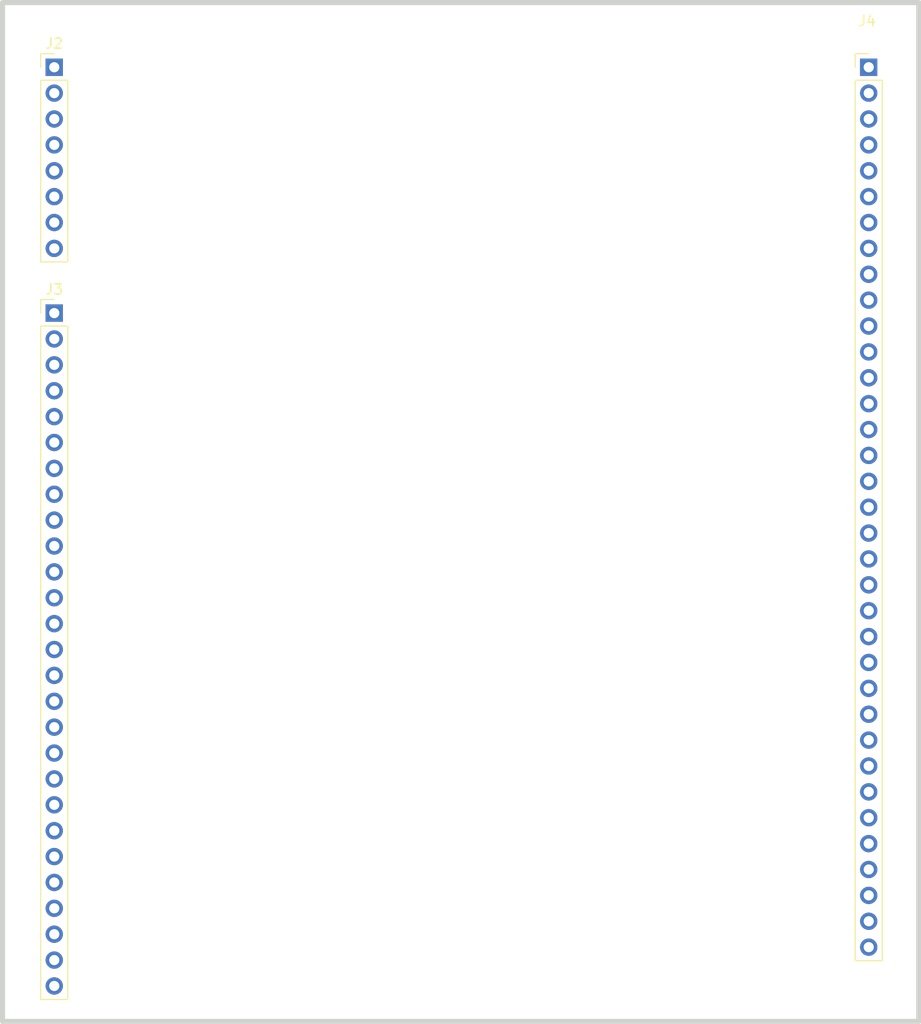
<source format=kicad_pcb>
(kicad_pcb (version 20221018) (generator pcbnew)
  (title_block (title "Barramento do EITduino") (date "2023-04-12") (rev "v01") (company "EITduino") (comment 1 "Autor: Gustavo Pinheiro") (comment 2 "Barramento proposto para uma placa 90x100 mm") (comment 3 "placa de face simples"))
  (layers (0 "F.Cu" signal) (31 "B.Cu" signal) (34 "B.Paste" user) (35 "F.Paste" user) (36 "B.SilkS" user "B.Silkscreen") (37 "F.SilkS" user "F.Silkscreen") (38 "B.Mask" user) (39 "F.Mask" user) (44 "Edge.Cuts" user))
  (net 0 "")
  (net 1 "VCC")
  (net 2 "VEE")
  (net 3 "+9V")
  (net 4 "-9V")
  (net 5 "+5V")
  (net 6 "-5V")
  (net 7 "+3.3V")
  (net 47 "Earth")
  (net 49 "I1")
  (net 50 "I2")
  (net 51 "Ampl1")
  (net 52 "Ampl2")
  (net 53 "Sin1")
  (net 54 "Sin2")
  (net 55 "SinA")
  (net 56 "SinB")
  (net 57 "SINC")
  (net 58 "SPI_COPI")
  (net 59 "SPI_CIPO")
  (net 60 "SPI_clk")
  (net 61 "CS (AD9833)")
  (net 62 "CS (X9c10x)")
  (net 63 "X9x10x_INC")
  (net 64 "X9x10x_U{slash}D")
  (net 65 "SCL3")
  (net 66 "SDA3")
  (net 67 "SCL2")
  (net 68 "SDA2")
  (net 69 "SCL1")
  (net 70 "SDA1")
  (footprint "Connector_PinHeader_2.54mm:PinHeader_1x35_P2.54mm_Vertical" (layer "F.Cu") (at 186.69 57.15)
    (fp_text reference "J4" (at -0.165 -4.535) (layer "F.SilkS"))
    (fp_text value "comunicacao / sinais digitais" hide)
    (fp_line (start -1.33 -1.33) (end 0 -1.33) (stroke (width 0.12)) (layer "F.SilkS"))
    (fp_line (start -1.33 0) (end -1.33 -1.33) (stroke (width 0.12)) (layer "F.SilkS"))
    (fp_line (start -1.33 1.27) (end -1.33 87.69) (stroke (width 0.12)) (layer "F.SilkS"))
    (fp_line (start -1.33 1.27) (end 1.33 1.27) (stroke (width 0.12)) (layer "F.SilkS"))
    (fp_line (start -1.33 87.69) (end 1.33 87.69) (stroke (width 0.12)) (layer "F.SilkS"))
    (fp_line (start 1.33 1.27) (end 1.33 87.69) (stroke (width 0.12)) (layer "F.SilkS"))
    (pad "1" thru_hole rect (at 0 0) (size 1.7 1.7) (drill 1) (layers "*.Cu" "*.Mask") (net 57 "SINC"))
    (pad "2" thru_hole oval (at 0 2.54) (size 1.7 1.7) (drill 1) (layers "*.Cu" "*.Mask") (net 58 "SPI_COPI"))
    (pad "3" thru_hole oval (at 0 5.08) (size 1.7 1.7) (drill 1) (layers "*.Cu" "*.Mask") (net 59 "SPI_CIPO"))
    (pad "4" thru_hole oval (at 0 7.62) (size 1.7 1.7) (drill 1) (layers "*.Cu" "*.Mask") (net 60 "SPI_clk"))
    (pad "5" thru_hole oval (at 0 10.16) (size 1.7 1.7) (drill 1) (layers "*.Cu" "*.Mask") (net 61 "CS (AD9833)"))
    (pad "6" thru_hole oval (at 0 12.7) (size 1.7 1.7) (drill 1) (layers "*.Cu" "*.Mask") (net 62 "CS (X9c10x)"))
    (pad "7" thru_hole oval (at 0 15.24) (size 1.7 1.7) (drill 1) (layers "*.Cu" "*.Mask"))
    (pad "8" thru_hole oval (at 0 17.78) (size 1.7 1.7) (drill 1) (layers "*.Cu" "*.Mask"))
    (pad "9" thru_hole oval (at 0 20.32) (size 1.7 1.7) (drill 1) (layers "*.Cu" "*.Mask"))
    (pad "10" thru_hole oval (at 0 22.86) (size 1.7 1.7) (drill 1) (layers "*.Cu" "*.Mask"))
    (pad "11" thru_hole oval (at 0 25.4) (size 1.7 1.7) (drill 1) (layers "*.Cu" "*.Mask"))
    (pad "12" thru_hole oval (at 0 27.94) (size 1.7 1.7) (drill 1) (layers "*.Cu" "*.Mask"))
    (pad "13" thru_hole oval (at 0 30.48) (size 1.7 1.7) (drill 1) (layers "*.Cu" "*.Mask"))
    (pad "14" thru_hole oval (at 0 33.02) (size 1.7 1.7) (drill 1) (layers "*.Cu" "*.Mask"))
    (pad "15" thru_hole oval (at 0 35.56) (size 1.7 1.7) (drill 1) (layers "*.Cu" "*.Mask"))
    (pad "16" thru_hole oval (at 0 38.1) (size 1.7 1.7) (drill 1) (layers "*.Cu" "*.Mask"))
    (pad "17" thru_hole oval (at 0 40.64) (size 1.7 1.7) (drill 1) (layers "*.Cu" "*.Mask"))
    (pad "18" thru_hole oval (at 0 43.18) (size 1.7 1.7) (drill 1) (layers "*.Cu" "*.Mask"))
    (pad "19" thru_hole oval (at 0 45.72) (size 1.7 1.7) (drill 1) (layers "*.Cu" "*.Mask"))
    (pad "20" thru_hole oval (at 0 48.26) (size 1.7 1.7) (drill 1) (layers "*.Cu" "*.Mask"))
    (pad "21" thru_hole oval (at 0 50.8) (size 1.7 1.7) (drill 1) (layers "*.Cu" "*.Mask"))
    (pad "22" thru_hole oval (at 0 53.34) (size 1.7 1.7) (drill 1) (layers "*.Cu" "*.Mask") (net 63 "X9x10x_INC"))
    (pad "23" thru_hole oval (at 0 55.88) (size 1.7 1.7) (drill 1) (layers "*.Cu" "*.Mask") (net 64 "X9x10x_U{slash}D"))
    (pad "24" thru_hole oval (at 0 58.42) (size 1.7 1.7) (drill 1) (layers "*.Cu" "*.Mask"))
    (pad "25" thru_hole oval (at 0 60.96) (size 1.7 1.7) (drill 1) (layers "*.Cu" "*.Mask"))
    (pad "26" thru_hole oval (at 0 63.5) (size 1.7 1.7) (drill 1) (layers "*.Cu" "*.Mask"))
    (pad "27" thru_hole oval (at 0 66.04) (size 1.7 1.7) (drill 1) (layers "*.Cu" "*.Mask"))
    (pad "28" thru_hole oval (at 0 68.58) (size 1.7 1.7) (drill 1) (layers "*.Cu" "*.Mask"))
    (pad "29" thru_hole oval (at 0 71.12) (size 1.7 1.7) (drill 1) (layers "*.Cu" "*.Mask"))
    (pad "30" thru_hole oval (at 0 73.66) (size 1.7 1.7) (drill 1) (layers "*.Cu" "*.Mask") (net 65 "SCL3"))
    (pad "31" thru_hole oval (at 0 76.2) (size 1.7 1.7) (drill 1) (layers "*.Cu" "*.Mask") (net 66 "SDA3"))
    (pad "32" thru_hole oval (at 0 78.74) (size 1.7 1.7) (drill 1) (layers "*.Cu" "*.Mask") (net 67 "SCL2"))
    (pad "33" thru_hole oval (at 0 81.28) (size 1.7 1.7) (drill 1) (layers "*.Cu" "*.Mask") (net 68 "SDA2"))
    (pad "34" thru_hole oval (at 0 83.82) (size 1.7 1.7) (drill 1) (layers "*.Cu" "*.Mask") (net 69 "SCL1"))
    (pad "35" thru_hole oval (at 0 86.36) (size 1.7 1.7) (drill 1) (layers "*.Cu" "*.Mask") (net 70 "SDA1"))
  )
  (footprint "Connector_PinHeader_2.54mm:PinHeader_1x08_P2.54mm_Vertical" (layer "F.Cu") (at 106.68 57.15)
    (fp_text reference "J2" (at 0 -2.33) (layer "F.SilkS"))
    (fp_text value "tensoes")
    (fp_line (start -1.33 -1.33) (end 0 -1.33) (stroke (width 0.12)) (layer "F.SilkS"))
    (fp_line (start -1.33 0) (end -1.33 -1.33) (stroke (width 0.12)) (layer "F.SilkS"))
    (fp_line (start -1.33 1.27) (end -1.33 19.11) (stroke (width 0.12)) (layer "F.SilkS"))
    (fp_line (start -1.33 1.27) (end 1.33 1.27) (stroke (width 0.12)) (layer "F.SilkS"))
    (fp_line (start -1.33 19.11) (end 1.33 19.11) (stroke (width 0.12)) (layer "F.SilkS"))
    (fp_line (start 1.33 1.27) (end 1.33 19.11) (stroke (width 0.12)) (layer "F.SilkS"))
    (pad "1" thru_hole rect (at 0 0) (size 1.7 1.7) (drill 1) (layers "*.Cu" "*.Mask") (net 47 "Earth"))
    (pad "2" thru_hole oval (at 0 2.54) (size 1.7 1.7) (drill 1) (layers "*.Cu" "*.Mask") (net 1 "VCC"))
    (pad "3" thru_hole oval (at 0 5.08) (size 1.7 1.7) (drill 1) (layers "*.Cu" "*.Mask") (net 2 "VEE"))
    (pad "4" thru_hole oval (at 0 7.62) (size 1.7 1.7) (drill 1) (layers "*.Cu" "*.Mask") (net 3 "+9V"))
    (pad "5" thru_hole oval (at 0 10.16) (size 1.7 1.7) (drill 1) (layers "*.Cu" "*.Mask") (net 4 "-9V"))
    (pad "6" thru_hole oval (at 0 12.7) (size 1.7 1.7) (drill 1) (layers "*.Cu" "*.Mask") (net 5 "+5V"))
    (pad "7" thru_hole oval (at 0 15.24) (size 1.7 1.7) (drill 1) (layers "*.Cu" "*.Mask") (net 6 "-5V"))
    (pad "8" thru_hole oval (at 0 17.78) (size 1.7 1.7) (drill 1) (layers "*.Cu" "*.Mask") (net 7 "+3.3V"))
  )
  (footprint "Connector_PinHeader_2.54mm:PinHeader_1x27_P2.54mm_Vertical" (layer "F.Cu") (at 106.68 81.28)
    (fp_text reference "J3" (at 0 -2.33) (layer "F.SilkS"))
    (fp_text value "sinais analogicos")
    (fp_line (start -1.33 -1.33) (end 0 -1.33) (stroke (width 0.12)) (layer "F.SilkS"))
    (fp_line (start -1.33 0) (end -1.33 -1.33) (stroke (width 0.12)) (layer "F.SilkS"))
    (fp_line (start -1.33 1.27) (end -1.33 67.37) (stroke (width 0.12)) (layer "F.SilkS"))
    (fp_line (start -1.33 1.27) (end 1.33 1.27) (stroke (width 0.12)) (layer "F.SilkS"))
    (fp_line (start -1.33 67.37) (end 1.33 67.37) (stroke (width 0.12)) (layer "F.SilkS"))
    (fp_line (start 1.33 1.27) (end 1.33 67.37) (stroke (width 0.12)) (layer "F.SilkS"))
    (pad "1" thru_hole rect (at 0 0) (size 1.7 1.7) (drill 1) (layers "*.Cu" "*.Mask"))
    (pad "2" thru_hole oval (at 0 2.54) (size 1.7 1.7) (drill 1) (layers "*.Cu" "*.Mask"))
    (pad "3" thru_hole oval (at 0 5.08) (size 1.7 1.7) (drill 1) (layers "*.Cu" "*.Mask"))
    (pad "4" thru_hole oval (at 0 7.62) (size 1.7 1.7) (drill 1) (layers "*.Cu" "*.Mask"))
    (pad "5" thru_hole oval (at 0 10.16) (size 1.7 1.7) (drill 1) (layers "*.Cu" "*.Mask"))
    (pad "6" thru_hole oval (at 0 12.7) (size 1.7 1.7) (drill 1) (layers "*.Cu" "*.Mask"))
    (pad "7" thru_hole oval (at 0 15.24) (size 1.7 1.7) (drill 1) (layers "*.Cu" "*.Mask"))
    (pad "8" thru_hole oval (at 0 17.78) (size 1.7 1.7) (drill 1) (layers "*.Cu" "*.Mask"))
    (pad "9" thru_hole oval (at 0 20.32) (size 1.7 1.7) (drill 1) (layers "*.Cu" "*.Mask"))
    (pad "10" thru_hole oval (at 0 22.86) (size 1.7 1.7) (drill 1) (layers "*.Cu" "*.Mask"))
    (pad "11" thru_hole oval (at 0 25.4) (size 1.7 1.7) (drill 1) (layers "*.Cu" "*.Mask"))
    (pad "12" thru_hole oval (at 0 27.94) (size 1.7 1.7) (drill 1) (layers "*.Cu" "*.Mask"))
    (pad "13" thru_hole oval (at 0 30.48) (size 1.7 1.7) (drill 1) (layers "*.Cu" "*.Mask"))
    (pad "14" thru_hole oval (at 0 33.02) (size 1.7 1.7) (drill 1) (layers "*.Cu" "*.Mask"))
    (pad "15" thru_hole oval (at 0 35.56) (size 1.7 1.7) (drill 1) (layers "*.Cu" "*.Mask"))
    (pad "16" thru_hole oval (at 0 38.1) (size 1.7 1.7) (drill 1) (layers "*.Cu" "*.Mask"))
    (pad "17" thru_hole oval (at 0 40.64) (size 1.7 1.7) (drill 1) (layers "*.Cu" "*.Mask"))
    (pad "18" thru_hole oval (at 0 43.18) (size 1.7 1.7) (drill 1) (layers "*.Cu" "*.Mask"))
    (pad "19" thru_hole oval (at 0 45.72) (size 1.7 1.7) (drill 1) (layers "*.Cu" "*.Mask"))
    (pad "20" thru_hole oval (at 0 48.26) (size 1.7 1.7) (drill 1) (layers "*.Cu" "*.Mask") (net 49 "I1"))
    (pad "21" thru_hole oval (at 0 50.8) (size 1.7 1.7) (drill 1) (layers "*.Cu" "*.Mask") (net 50 "I2"))
    (pad "22" thru_hole oval (at 0 53.34) (size 1.7 1.7) (drill 1) (layers "*.Cu" "*.Mask") (net 51 "Ampl1"))
    (pad "23" thru_hole oval (at 0 55.88) (size 1.7 1.7) (drill 1) (layers "*.Cu" "*.Mask") (net 52 "Ampl2"))
    (pad "24" thru_hole oval (at 0 58.42) (size 1.7 1.7) (drill 1) (layers "*.Cu" "*.Mask") (net 53 "Sin1"))
    (pad "25" thru_hole oval (at 0 60.96) (size 1.7 1.7) (drill 1) (layers "*.Cu" "*.Mask") (net 54 "Sin2"))
    (pad "26" thru_hole oval (at 0 63.5) (size 1.7 1.7) (drill 1) (layers "*.Cu" "*.Mask") (net 55 "SinA"))
    (pad "27" thru_hole oval (at 0 66.04) (size 1.7 1.7) (drill 1) (layers "*.Cu" "*.Mask") (net 56 "SinB"))
  )
  (gr_line (start 191.6 50.8) (end 101.6 50.8) (stroke (width 0.5)) (layer "Edge.Cuts"))
  (gr_line (start 191.6 150.8) (end 191.6 50.8) (stroke (width 0.5)) (layer "Edge.Cuts"))
  (gr_line (start 191.59982 150.7998) (end 101.6 150.7998) (stroke (width 0.5)) (layer "Edge.Cuts"))
  (gr_line (start 101.6 50.8) (end 101.6 150.7998) (stroke (width 0.5)) (layer "Edge.Cuts"))
)
</source>
